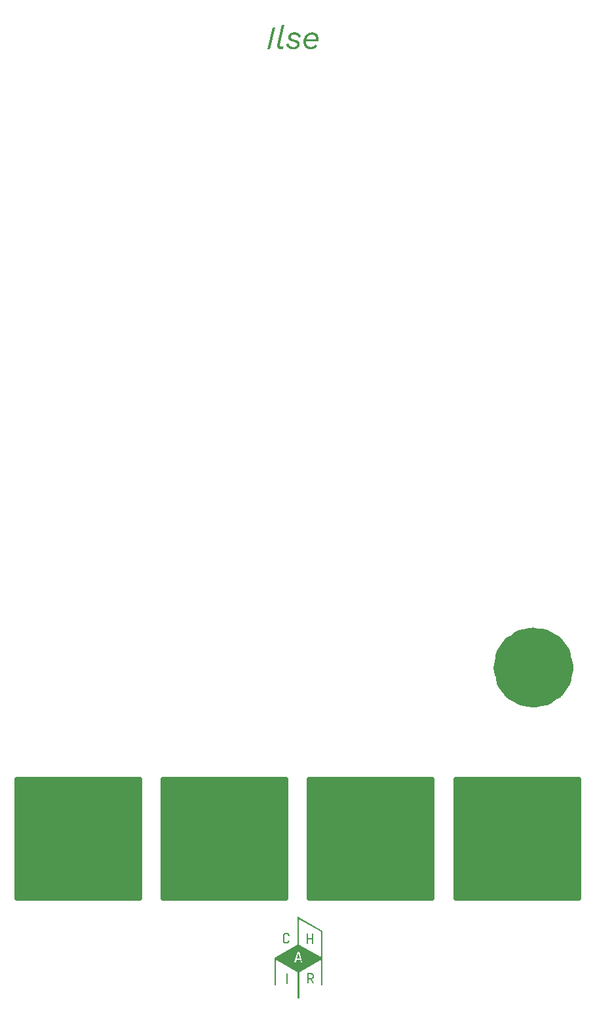
<source format=gbr>
%TF.GenerationSoftware,KiCad,Pcbnew,6.99.0-unknown-0ee7f8e2bd~162~ubuntu22.10.1*%
%TF.CreationDate,2022-11-30T23:28:57+01:00*%
%TF.ProjectId,frontpanel,66726f6e-7470-4616-9e65-6c2e6b696361,rev?*%
%TF.SameCoordinates,Original*%
%TF.FileFunction,Soldermask,Top*%
%TF.FilePolarity,Negative*%
%FSLAX46Y46*%
G04 Gerber Fmt 4.6, Leading zero omitted, Abs format (unit mm)*
G04 Created by KiCad (PCBNEW 6.99.0-unknown-0ee7f8e2bd~162~ubuntu22.10.1) date 2022-11-30 23:28:57*
%MOMM*%
%LPD*%
G01*
G04 APERTURE LIST*
%ADD10C,0.500000*%
%ADD11C,5.175000*%
%ADD12C,0.300000*%
G04 APERTURE END LIST*
D10*
X111254460Y-135363927D02*
X127254460Y-135363927D01*
X127254460Y-135363927D02*
X127254460Y-150801427D01*
X127254460Y-150801427D02*
X111254460Y-150801427D01*
X111254460Y-150801427D02*
X111254460Y-135363927D01*
G36*
X111254460Y-135363927D02*
G01*
X127254460Y-135363927D01*
X127254460Y-150801427D01*
X111254460Y-150801427D01*
X111254460Y-135363927D01*
G37*
D11*
X142853500Y-120966000D02*
G75*
G03*
X142853500Y-120966000I-2587500J0D01*
G01*
D10*
X130171128Y-135363927D02*
X146171128Y-135363927D01*
X146171128Y-135363927D02*
X146171128Y-150801427D01*
X146171128Y-150801427D02*
X130171128Y-150801427D01*
X130171128Y-150801427D02*
X130171128Y-135363927D01*
G36*
X130171128Y-135363927D02*
G01*
X146171128Y-135363927D01*
X146171128Y-150801427D01*
X130171128Y-150801427D01*
X130171128Y-135363927D01*
G37*
X73421128Y-135363927D02*
X89421128Y-135363927D01*
X89421128Y-135363927D02*
X89421128Y-150801427D01*
X89421128Y-150801427D02*
X73421128Y-150801427D01*
X73421128Y-150801427D02*
X73421128Y-135363927D01*
G36*
X73421128Y-135363927D02*
G01*
X89421128Y-135363927D01*
X89421128Y-150801427D01*
X73421128Y-150801427D01*
X73421128Y-135363927D01*
G37*
X92337794Y-135363927D02*
X108337794Y-135363927D01*
X108337794Y-135363927D02*
X108337794Y-150801427D01*
X108337794Y-150801427D02*
X92337794Y-150801427D01*
X92337794Y-150801427D02*
X92337794Y-135363927D01*
G36*
X92337794Y-135363927D02*
G01*
X108337794Y-135363927D01*
X108337794Y-150801427D01*
X92337794Y-150801427D01*
X92337794Y-135363927D01*
G37*
D12*
G36*
X106897983Y-38303087D02*
G01*
X106561660Y-38303087D01*
X105919057Y-41075000D01*
X106255380Y-41075000D01*
X106897983Y-38303087D01*
G37*
G36*
X107643900Y-41105041D02*
G01*
X107679734Y-41104598D01*
X107712537Y-41103141D01*
X107743192Y-41100482D01*
X107772586Y-41096432D01*
X107801602Y-41090802D01*
X107831124Y-41083403D01*
X107862037Y-41074046D01*
X107895226Y-41062543D01*
X107979490Y-40793632D01*
X107948324Y-40800085D01*
X107915322Y-40804760D01*
X107885875Y-40807466D01*
X107854194Y-40809232D01*
X107819843Y-40810194D01*
X107790147Y-40810474D01*
X107782386Y-40810484D01*
X107742927Y-40809391D01*
X107706451Y-40806067D01*
X107672990Y-40800443D01*
X107642572Y-40792453D01*
X107602719Y-40775881D01*
X107569884Y-40753605D01*
X107544168Y-40725395D01*
X107525674Y-40691023D01*
X107514501Y-40650260D01*
X107511171Y-40619423D01*
X107511170Y-40585576D01*
X107514528Y-40548653D01*
X107521277Y-40508585D01*
X107525931Y-40487351D01*
X108101123Y-38009263D01*
X107765533Y-38009263D01*
X107194005Y-40474895D01*
X107186462Y-40509581D01*
X107180317Y-40543554D01*
X107175571Y-40576790D01*
X107172224Y-40609262D01*
X107170273Y-40640945D01*
X107169720Y-40671814D01*
X107170563Y-40701843D01*
X107176436Y-40759279D01*
X107187888Y-40813050D01*
X107204915Y-40862951D01*
X107227513Y-40908780D01*
X107255677Y-40950331D01*
X107289403Y-40987400D01*
X107328687Y-41019785D01*
X107373524Y-41047281D01*
X107423911Y-41069683D01*
X107479842Y-41086789D01*
X107509886Y-41093292D01*
X107541314Y-41098394D01*
X107574126Y-41102070D01*
X107608322Y-41104294D01*
X107643900Y-41105041D01*
G37*
G36*
X109268360Y-41121894D02*
G01*
X109311340Y-41121145D01*
X109353563Y-41118910D01*
X109394990Y-41115205D01*
X109435581Y-41110046D01*
X109475295Y-41103449D01*
X109514092Y-41095431D01*
X109551934Y-41086007D01*
X109588780Y-41075194D01*
X109624589Y-41063009D01*
X109659324Y-41049467D01*
X109692943Y-41034584D01*
X109725406Y-41018378D01*
X109756675Y-41000863D01*
X109786708Y-40982057D01*
X109815467Y-40961976D01*
X109842910Y-40940635D01*
X109869000Y-40918052D01*
X109893695Y-40894242D01*
X109916955Y-40869221D01*
X109938742Y-40843006D01*
X109959014Y-40815614D01*
X109977733Y-40787059D01*
X109994859Y-40757359D01*
X110010350Y-40726530D01*
X110024169Y-40694587D01*
X110036274Y-40661548D01*
X110046626Y-40627429D01*
X110055186Y-40592244D01*
X110061912Y-40556012D01*
X110066766Y-40518748D01*
X110069708Y-40480468D01*
X110070697Y-40441189D01*
X110068644Y-40397645D01*
X110062552Y-40355274D01*
X110052517Y-40314170D01*
X110038641Y-40274425D01*
X110021020Y-40236131D01*
X109999754Y-40199380D01*
X109974943Y-40164266D01*
X109946683Y-40130879D01*
X109915075Y-40099312D01*
X109880217Y-40069659D01*
X109842207Y-40042010D01*
X109801145Y-40016459D01*
X109757129Y-39993097D01*
X109710258Y-39972017D01*
X109660631Y-39953311D01*
X109608346Y-39937072D01*
X109197285Y-39819836D01*
X109167028Y-39810604D01*
X109137882Y-39800455D01*
X109109965Y-39789332D01*
X109070645Y-39770694D01*
X109034739Y-39749537D01*
X109002640Y-39725665D01*
X108974738Y-39698883D01*
X108951424Y-39668995D01*
X108933091Y-39635806D01*
X108920128Y-39599120D01*
X108912927Y-39558742D01*
X108911521Y-39529675D01*
X108913242Y-39495806D01*
X108918417Y-39463500D01*
X108927069Y-39432843D01*
X108939216Y-39403920D01*
X108954879Y-39376818D01*
X108974079Y-39351622D01*
X108996836Y-39328418D01*
X109023170Y-39307292D01*
X109053103Y-39288330D01*
X109086653Y-39271617D01*
X109123842Y-39257240D01*
X109164690Y-39245285D01*
X109209217Y-39235837D01*
X109257445Y-39228982D01*
X109309392Y-39224806D01*
X109365080Y-39223394D01*
X109416890Y-39225098D01*
X109466767Y-39230151D01*
X109514650Y-39238469D01*
X109560478Y-39249967D01*
X109604189Y-39264561D01*
X109645722Y-39282166D01*
X109685016Y-39302696D01*
X109722010Y-39326068D01*
X109756643Y-39352196D01*
X109788853Y-39380996D01*
X109818580Y-39412382D01*
X109845761Y-39446270D01*
X109870337Y-39482575D01*
X109892245Y-39521213D01*
X109911425Y-39562098D01*
X109927815Y-39605146D01*
X110234829Y-39458600D01*
X110222051Y-39427116D01*
X110208185Y-39396552D01*
X110193252Y-39366912D01*
X110177272Y-39338202D01*
X110160265Y-39310428D01*
X110142250Y-39283595D01*
X110123249Y-39257708D01*
X110103281Y-39232771D01*
X110082366Y-39208791D01*
X110060525Y-39185773D01*
X110037777Y-39163721D01*
X110014143Y-39142641D01*
X109989642Y-39122539D01*
X109964296Y-39103419D01*
X109938124Y-39085287D01*
X109911146Y-39068148D01*
X109883382Y-39052007D01*
X109854853Y-39036869D01*
X109825578Y-39022740D01*
X109795578Y-39009625D01*
X109764873Y-38997529D01*
X109733482Y-38986458D01*
X109701427Y-38976416D01*
X109668727Y-38967409D01*
X109635402Y-38959442D01*
X109601473Y-38952520D01*
X109566959Y-38946649D01*
X109531881Y-38941834D01*
X109496259Y-38938079D01*
X109460113Y-38935391D01*
X109423463Y-38933774D01*
X109386329Y-38933234D01*
X109340383Y-38934039D01*
X109295571Y-38936430D01*
X109251913Y-38940368D01*
X109209431Y-38945816D01*
X109168146Y-38952737D01*
X109128080Y-38961093D01*
X109089254Y-38970847D01*
X109051690Y-38981960D01*
X109015407Y-38994396D01*
X108980429Y-39008117D01*
X108946777Y-39023085D01*
X108914470Y-39039262D01*
X108883532Y-39056612D01*
X108853983Y-39075096D01*
X108825845Y-39094677D01*
X108799139Y-39115317D01*
X108773886Y-39136979D01*
X108750107Y-39159626D01*
X108727825Y-39183219D01*
X108707060Y-39207721D01*
X108687833Y-39233095D01*
X108670166Y-39259302D01*
X108654081Y-39286307D01*
X108639598Y-39314070D01*
X108626740Y-39342554D01*
X108615526Y-39371722D01*
X108605979Y-39401536D01*
X108598121Y-39431959D01*
X108591971Y-39462953D01*
X108587552Y-39494480D01*
X108584885Y-39526503D01*
X108583991Y-39558984D01*
X108586010Y-39605639D01*
X108592071Y-39651030D01*
X108602181Y-39695077D01*
X108616346Y-39737701D01*
X108634572Y-39778822D01*
X108656866Y-39818361D01*
X108683235Y-39856239D01*
X108713684Y-39892376D01*
X108748221Y-39926692D01*
X108786851Y-39959108D01*
X108829582Y-39989546D01*
X108876419Y-40017924D01*
X108927369Y-40044165D01*
X108954388Y-40056458D01*
X108982438Y-40068188D01*
X109011520Y-40079343D01*
X109041633Y-40089914D01*
X109072780Y-40099890D01*
X109104961Y-40109263D01*
X109478653Y-40214043D01*
X109510554Y-40223875D01*
X109540319Y-40234443D01*
X109567959Y-40245796D01*
X109605458Y-40264407D01*
X109638236Y-40285064D01*
X109666328Y-40307933D01*
X109689772Y-40333180D01*
X109708603Y-40360973D01*
X109722857Y-40391478D01*
X109732572Y-40424862D01*
X109737782Y-40461291D01*
X109738771Y-40487351D01*
X109736906Y-40522323D01*
X109731334Y-40556236D01*
X109722093Y-40588926D01*
X109709222Y-40620227D01*
X109692757Y-40649974D01*
X109672736Y-40678001D01*
X109649196Y-40704143D01*
X109622176Y-40728236D01*
X109591712Y-40750113D01*
X109557843Y-40769609D01*
X109520606Y-40786560D01*
X109480038Y-40800799D01*
X109436177Y-40812161D01*
X109389061Y-40820482D01*
X109338727Y-40825596D01*
X109285212Y-40827337D01*
X109252883Y-40826882D01*
X109221291Y-40825518D01*
X109190435Y-40823245D01*
X109160312Y-40820064D01*
X109130922Y-40815977D01*
X109074334Y-40805084D01*
X109020658Y-40790573D01*
X108969883Y-40772450D01*
X108921997Y-40750721D01*
X108876988Y-40725394D01*
X108834844Y-40696475D01*
X108795554Y-40663969D01*
X108759105Y-40627884D01*
X108725486Y-40588225D01*
X108694685Y-40545000D01*
X108666691Y-40498215D01*
X108641491Y-40447876D01*
X108619073Y-40393990D01*
X108608904Y-40365718D01*
X108289434Y-40504204D01*
X108303431Y-40539241D01*
X108318621Y-40573448D01*
X108334993Y-40606806D01*
X108352535Y-40639298D01*
X108371233Y-40670904D01*
X108391077Y-40701606D01*
X108412052Y-40731385D01*
X108434148Y-40760224D01*
X108457352Y-40788103D01*
X108481650Y-40815004D01*
X108507032Y-40840908D01*
X108533484Y-40865797D01*
X108560995Y-40889652D01*
X108589552Y-40912456D01*
X108619142Y-40934188D01*
X108649754Y-40954832D01*
X108681374Y-40974368D01*
X108713991Y-40992778D01*
X108747592Y-41010043D01*
X108782166Y-41026144D01*
X108817698Y-41041064D01*
X108854178Y-41054784D01*
X108891593Y-41067285D01*
X108929931Y-41078549D01*
X108969178Y-41088557D01*
X109009324Y-41097290D01*
X109050355Y-41104731D01*
X109092259Y-41110860D01*
X109135024Y-41115660D01*
X109178637Y-41119111D01*
X109223086Y-41121195D01*
X109268360Y-41121894D01*
G37*
G36*
X111716975Y-38938632D02*
G01*
X111763187Y-38941611D01*
X111808128Y-38946524D01*
X111851783Y-38953330D01*
X111894135Y-38961987D01*
X111935167Y-38972455D01*
X111974863Y-38984690D01*
X112013207Y-38998653D01*
X112050180Y-39014301D01*
X112085767Y-39031592D01*
X112119952Y-39050485D01*
X112152717Y-39070938D01*
X112184046Y-39092911D01*
X112213922Y-39116360D01*
X112242329Y-39141245D01*
X112269249Y-39167524D01*
X112294667Y-39195155D01*
X112318566Y-39224098D01*
X112340929Y-39254309D01*
X112361739Y-39285748D01*
X112380980Y-39318373D01*
X112398635Y-39352143D01*
X112414688Y-39387015D01*
X112429122Y-39422949D01*
X112441919Y-39459902D01*
X112453065Y-39497833D01*
X112462541Y-39536701D01*
X112470332Y-39576464D01*
X112476420Y-39617080D01*
X112480790Y-39658508D01*
X112483424Y-39700705D01*
X112484305Y-39743632D01*
X112484065Y-39765020D01*
X112482814Y-39797445D01*
X112480504Y-39830265D01*
X112477151Y-39863462D01*
X112472770Y-39897018D01*
X112467374Y-39930914D01*
X112460978Y-39965132D01*
X112453597Y-39999654D01*
X112445245Y-40034463D01*
X112435937Y-40069540D01*
X112425687Y-40104867D01*
X110892819Y-40104867D01*
X110892819Y-40180338D01*
X110893528Y-40215448D01*
X110895643Y-40249870D01*
X110899144Y-40283574D01*
X110904010Y-40316534D01*
X110910222Y-40348721D01*
X110917761Y-40380107D01*
X110926606Y-40410664D01*
X110936737Y-40440365D01*
X110948134Y-40469181D01*
X110960779Y-40497086D01*
X110974650Y-40524050D01*
X110989728Y-40550045D01*
X111005993Y-40575045D01*
X111023426Y-40599021D01*
X111042005Y-40621945D01*
X111061713Y-40643789D01*
X111082528Y-40664525D01*
X111104431Y-40684126D01*
X111127402Y-40702563D01*
X111151420Y-40719809D01*
X111176468Y-40735836D01*
X111202523Y-40750615D01*
X111229567Y-40764120D01*
X111257580Y-40776321D01*
X111286542Y-40787191D01*
X111316433Y-40796703D01*
X111347232Y-40804828D01*
X111378921Y-40811538D01*
X111411480Y-40816805D01*
X111444888Y-40820602D01*
X111479125Y-40822901D01*
X111514173Y-40823674D01*
X111566486Y-40821437D01*
X111616314Y-40816429D01*
X111663729Y-40808730D01*
X111708804Y-40798417D01*
X111751612Y-40785572D01*
X111792226Y-40770273D01*
X111830719Y-40752600D01*
X111867165Y-40732632D01*
X111901635Y-40710449D01*
X111934204Y-40686130D01*
X111964943Y-40659754D01*
X111993927Y-40631401D01*
X112021227Y-40601151D01*
X112046918Y-40569082D01*
X112071071Y-40535274D01*
X112093761Y-40499808D01*
X112358276Y-40676395D01*
X112340620Y-40701307D01*
X112322278Y-40725615D01*
X112303255Y-40749305D01*
X112283555Y-40772367D01*
X112263183Y-40794787D01*
X112242143Y-40816554D01*
X112220442Y-40837655D01*
X112198083Y-40858078D01*
X112175072Y-40877810D01*
X112151412Y-40896841D01*
X112127110Y-40915157D01*
X112102170Y-40932746D01*
X112076597Y-40949596D01*
X112050395Y-40965695D01*
X112023569Y-40981030D01*
X111996125Y-40995590D01*
X111968067Y-41009362D01*
X111939399Y-41022334D01*
X111910128Y-41034494D01*
X111880256Y-41045829D01*
X111849791Y-41056328D01*
X111818735Y-41065978D01*
X111787095Y-41074766D01*
X111754874Y-41082682D01*
X111722078Y-41089712D01*
X111688712Y-41095844D01*
X111654779Y-41101066D01*
X111620287Y-41105366D01*
X111585238Y-41108732D01*
X111549638Y-41111151D01*
X111513491Y-41112612D01*
X111476803Y-41113101D01*
X111422773Y-41111904D01*
X111370189Y-41108347D01*
X111319070Y-41102483D01*
X111269434Y-41094365D01*
X111221298Y-41084048D01*
X111174679Y-41071583D01*
X111129595Y-41057024D01*
X111086065Y-41040424D01*
X111044104Y-41021836D01*
X111003731Y-41001314D01*
X110964964Y-40978910D01*
X110927819Y-40954677D01*
X110892316Y-40928670D01*
X110858470Y-40900940D01*
X110826300Y-40871541D01*
X110795824Y-40840526D01*
X110767058Y-40807949D01*
X110740021Y-40773862D01*
X110714730Y-40738318D01*
X110691203Y-40701371D01*
X110669456Y-40663074D01*
X110649509Y-40623479D01*
X110631378Y-40582641D01*
X110615080Y-40540611D01*
X110600635Y-40497444D01*
X110588058Y-40453193D01*
X110577368Y-40407910D01*
X110568582Y-40361648D01*
X110561718Y-40314462D01*
X110556794Y-40266403D01*
X110553826Y-40217525D01*
X110552833Y-40167882D01*
X110553998Y-40106719D01*
X110557485Y-40046115D01*
X110563278Y-39986160D01*
X110571363Y-39926946D01*
X110581726Y-39868562D01*
X110594351Y-39811099D01*
X110594366Y-39811043D01*
X110938981Y-39811043D01*
X112153112Y-39811043D01*
X112155230Y-39791660D01*
X112156582Y-39761147D01*
X112156776Y-39731175D01*
X112156224Y-39703104D01*
X112151840Y-39648813D01*
X112143156Y-39597113D01*
X112130259Y-39548150D01*
X112113235Y-39502071D01*
X112092172Y-39459024D01*
X112067156Y-39419156D01*
X112038275Y-39382614D01*
X112005615Y-39349544D01*
X111969263Y-39320094D01*
X111929306Y-39294411D01*
X111885832Y-39272642D01*
X111838926Y-39254934D01*
X111788677Y-39241434D01*
X111735171Y-39232288D01*
X111678494Y-39227645D01*
X111648995Y-39227058D01*
X111611686Y-39227816D01*
X111575454Y-39230066D01*
X111540287Y-39233772D01*
X111506177Y-39238898D01*
X111473113Y-39245406D01*
X111441084Y-39253261D01*
X111410082Y-39262426D01*
X111380095Y-39272865D01*
X111351114Y-39284542D01*
X111323128Y-39297420D01*
X111296128Y-39311462D01*
X111270104Y-39326633D01*
X111245045Y-39342897D01*
X111220941Y-39360216D01*
X111197783Y-39378554D01*
X111175560Y-39397875D01*
X111154263Y-39418144D01*
X111133880Y-39439322D01*
X111114403Y-39461374D01*
X111095820Y-39484264D01*
X111078123Y-39507956D01*
X111061300Y-39532412D01*
X111045343Y-39557596D01*
X111030240Y-39583473D01*
X111015982Y-39610006D01*
X111002558Y-39637158D01*
X110989959Y-39664893D01*
X110978175Y-39693175D01*
X110967195Y-39721967D01*
X110957009Y-39751234D01*
X110947608Y-39780938D01*
X110938981Y-39811043D01*
X110594366Y-39811043D01*
X110609226Y-39754649D01*
X110626335Y-39699302D01*
X110645663Y-39645148D01*
X110667196Y-39592278D01*
X110690921Y-39540784D01*
X110716821Y-39490755D01*
X110744883Y-39442282D01*
X110775092Y-39395456D01*
X110807434Y-39350368D01*
X110841894Y-39307109D01*
X110878458Y-39265768D01*
X110917111Y-39226438D01*
X110957839Y-39189208D01*
X111000627Y-39154169D01*
X111045461Y-39121412D01*
X111092326Y-39091027D01*
X111141208Y-39063106D01*
X111192093Y-39037739D01*
X111244965Y-39015017D01*
X111299810Y-38995030D01*
X111356614Y-38977869D01*
X111415363Y-38963625D01*
X111476041Y-38952388D01*
X111538635Y-38944250D01*
X111603130Y-38939300D01*
X111669511Y-38937630D01*
X111716975Y-38938632D01*
G37*
%TO.C,G\u002A\u002A\u002A*%
G36*
X108512957Y-161875964D02*
G01*
X108331414Y-161875964D01*
X108331414Y-160495873D01*
X108512957Y-160495873D01*
X108512957Y-161875964D01*
G37*
G36*
X109896311Y-157852840D02*
G01*
X110087476Y-158563446D01*
X109698991Y-158562183D01*
X109796125Y-158207107D01*
X109892131Y-157851737D01*
X109896311Y-157852840D01*
G37*
G36*
X111124223Y-155881808D02*
G01*
X111609720Y-155881808D01*
X111609720Y-155282421D01*
X111791310Y-155282421D01*
X111791309Y-156662559D01*
X111609719Y-156662559D01*
X111609719Y-156051338D01*
X111124223Y-156051338D01*
X111124223Y-156662559D01*
X110942680Y-156662559D01*
X110942680Y-155282421D01*
X111124223Y-155282421D01*
X111124223Y-155881808D01*
G37*
G36*
X107013098Y-162018334D02*
G01*
X106831695Y-162018334D01*
X106831695Y-158446047D01*
X109801103Y-156733371D01*
X109982459Y-156733371D01*
X112814859Y-158366989D01*
X112814859Y-155102083D01*
X109982505Y-153468465D01*
X109982459Y-156733371D01*
X109801103Y-156733371D01*
X109801103Y-153154563D01*
X112996354Y-154997449D01*
X112996354Y-162002913D01*
X112814906Y-162002913D01*
X112814906Y-158685690D01*
X109996075Y-160311528D01*
X109996075Y-163707995D01*
X109814672Y-163707995D01*
X109814672Y-160327182D01*
X107577272Y-159036676D01*
X109384855Y-159036676D01*
X109572335Y-159036606D01*
X109613356Y-158881766D01*
X109655234Y-158727153D01*
X110130831Y-158727259D01*
X110172886Y-158881816D01*
X110213805Y-159036676D01*
X110403275Y-159036676D01*
X110016407Y-157656538D01*
X109769718Y-157656538D01*
X109384855Y-159036676D01*
X107577272Y-159036676D01*
X107013098Y-158711267D01*
X107013098Y-162018334D01*
G37*
G36*
X111465763Y-160411736D02*
G01*
X111489428Y-160412183D01*
X111512552Y-160413523D01*
X111535137Y-160415757D01*
X111557181Y-160418884D01*
X111578686Y-160422905D01*
X111599651Y-160427820D01*
X111620076Y-160433627D01*
X111639961Y-160440329D01*
X111659306Y-160447924D01*
X111678111Y-160456412D01*
X111696376Y-160465794D01*
X111714102Y-160476070D01*
X111731287Y-160487239D01*
X111747932Y-160499301D01*
X111764038Y-160512258D01*
X111779603Y-160526107D01*
X111794421Y-160540691D01*
X111808283Y-160555860D01*
X111821188Y-160571614D01*
X111833138Y-160587955D01*
X111844132Y-160604880D01*
X111854170Y-160622392D01*
X111863252Y-160640489D01*
X111871377Y-160659172D01*
X111878547Y-160678440D01*
X111884761Y-160698294D01*
X111890019Y-160718733D01*
X111894321Y-160739758D01*
X111897667Y-160761369D01*
X111900057Y-160783565D01*
X111901491Y-160806347D01*
X111901968Y-160829714D01*
X111901675Y-160847546D01*
X111900796Y-160865055D01*
X111899331Y-160882239D01*
X111897279Y-160899100D01*
X111894641Y-160915636D01*
X111891417Y-160931849D01*
X111887607Y-160947738D01*
X111883210Y-160963303D01*
X111878227Y-160978543D01*
X111872659Y-160993460D01*
X111866503Y-161008053D01*
X111859762Y-161022322D01*
X111852435Y-161036267D01*
X111844521Y-161049888D01*
X111836021Y-161063186D01*
X111826936Y-161076159D01*
X111817362Y-161088487D01*
X111807387Y-161100338D01*
X111797012Y-161111712D01*
X111786236Y-161122609D01*
X111775060Y-161133029D01*
X111763483Y-161142972D01*
X111751504Y-161152437D01*
X111739126Y-161161425D01*
X111726346Y-161169936D01*
X111713166Y-161177970D01*
X111699585Y-161185527D01*
X111685603Y-161192606D01*
X111671220Y-161199209D01*
X111656437Y-161205334D01*
X111641253Y-161210982D01*
X111625668Y-161216153D01*
X111824978Y-161575967D01*
X111945384Y-161791874D01*
X111732226Y-161791874D01*
X111440115Y-161239819D01*
X111234883Y-161239819D01*
X111234883Y-161791874D01*
X111053340Y-161791874D01*
X111053340Y-161078116D01*
X111234883Y-161078116D01*
X111465811Y-161078116D01*
X111479007Y-161077854D01*
X111491956Y-161077069D01*
X111504659Y-161075761D01*
X111517115Y-161073929D01*
X111529325Y-161071574D01*
X111541288Y-161068695D01*
X111553004Y-161065293D01*
X111564474Y-161061368D01*
X111575697Y-161056919D01*
X111586673Y-161051947D01*
X111597403Y-161046452D01*
X111607886Y-161040433D01*
X111618123Y-161033891D01*
X111628112Y-161026825D01*
X111637856Y-161019236D01*
X111647352Y-161011124D01*
X111656195Y-161002559D01*
X111664468Y-160993625D01*
X111672170Y-160984321D01*
X111679302Y-160974647D01*
X111685863Y-160964603D01*
X111691853Y-160954189D01*
X111697273Y-160943406D01*
X111702123Y-160932253D01*
X111706402Y-160920730D01*
X111710110Y-160908837D01*
X111713248Y-160896574D01*
X111715816Y-160883942D01*
X111717812Y-160870940D01*
X111719239Y-160857568D01*
X111720095Y-160843826D01*
X111720380Y-160829714D01*
X111720095Y-160815371D01*
X111719239Y-160801413D01*
X111717812Y-160787838D01*
X111715816Y-160774649D01*
X111713248Y-160761843D01*
X111710110Y-160749422D01*
X111706402Y-160737385D01*
X111702123Y-160725732D01*
X111697273Y-160714464D01*
X111691853Y-160703580D01*
X111685863Y-160693081D01*
X111679302Y-160682966D01*
X111672170Y-160673235D01*
X111664468Y-160663889D01*
X111656195Y-160654926D01*
X111647352Y-160646349D01*
X111637856Y-160638473D01*
X111628112Y-160631106D01*
X111618123Y-160624247D01*
X111607886Y-160617895D01*
X111597403Y-160612052D01*
X111586673Y-160606717D01*
X111575697Y-160601890D01*
X111564474Y-160597572D01*
X111553004Y-160593761D01*
X111541288Y-160590458D01*
X111529325Y-160587664D01*
X111517115Y-160585377D01*
X111504659Y-160583599D01*
X111491956Y-160582329D01*
X111479007Y-160581567D01*
X111465811Y-160581312D01*
X111234883Y-160581312D01*
X111234883Y-161078116D01*
X111053340Y-161078116D01*
X111053340Y-160411736D01*
X111465763Y-160411736D01*
G37*
G36*
X108335128Y-155213360D02*
G01*
X108357531Y-155214700D01*
X108379409Y-155216934D01*
X108400764Y-155220061D01*
X108421595Y-155224082D01*
X108441902Y-155228997D01*
X108461685Y-155234805D01*
X108480944Y-155241506D01*
X108499679Y-155249101D01*
X108517891Y-155257589D01*
X108535578Y-155266971D01*
X108552742Y-155277247D01*
X108569381Y-155288416D01*
X108585497Y-155300478D01*
X108601088Y-155313435D01*
X108616156Y-155327284D01*
X108630731Y-155341845D01*
X108644366Y-155356945D01*
X108657060Y-155372585D01*
X108668814Y-155388764D01*
X108679627Y-155405484D01*
X108689501Y-155422743D01*
X108698434Y-155440542D01*
X108706426Y-155458881D01*
X108713479Y-155477759D01*
X108719591Y-155497177D01*
X108724762Y-155517135D01*
X108728994Y-155537633D01*
X108732285Y-155558670D01*
X108734636Y-155580247D01*
X108736046Y-155602364D01*
X108736516Y-155625021D01*
X108554973Y-155625021D01*
X108554696Y-155611154D01*
X108553863Y-155597657D01*
X108552475Y-155584530D01*
X108550532Y-155571772D01*
X108548033Y-155559384D01*
X108544979Y-155547366D01*
X108541370Y-155535718D01*
X108537206Y-155524440D01*
X108532487Y-155513531D01*
X108527212Y-155502992D01*
X108521382Y-155492823D01*
X108514997Y-155483024D01*
X108508057Y-155473595D01*
X108500561Y-155464535D01*
X108492510Y-155455845D01*
X108483904Y-155447525D01*
X108475140Y-155439650D01*
X108466114Y-155432282D01*
X108456825Y-155425423D01*
X108447274Y-155419072D01*
X108437460Y-155413229D01*
X108427385Y-155407894D01*
X108417047Y-155403067D01*
X108406447Y-155398748D01*
X108395584Y-155394938D01*
X108384459Y-155391635D01*
X108373072Y-155388841D01*
X108361422Y-155386554D01*
X108349511Y-155384776D01*
X108337336Y-155383506D01*
X108324900Y-155382744D01*
X108312201Y-155382490D01*
X108299265Y-155382744D01*
X108286607Y-155383506D01*
X108274226Y-155384776D01*
X108262123Y-155386554D01*
X108250298Y-155388841D01*
X108238750Y-155391635D01*
X108227479Y-155394938D01*
X108216487Y-155398748D01*
X108205772Y-155403067D01*
X108195334Y-155407894D01*
X108185175Y-155413229D01*
X108175292Y-155419072D01*
X108165688Y-155425423D01*
X108156361Y-155432282D01*
X108147311Y-155439650D01*
X108138539Y-155447525D01*
X108130176Y-155455845D01*
X108122353Y-155464534D01*
X108115069Y-155473593D01*
X108108324Y-155483021D01*
X108102119Y-155492819D01*
X108096454Y-155502986D01*
X108091328Y-155513523D01*
X108086742Y-155524429D01*
X108082695Y-155535704D01*
X108079188Y-155547349D01*
X108076220Y-155559363D01*
X108073792Y-155571746D01*
X108071904Y-155584499D01*
X108070555Y-155597622D01*
X108069745Y-155611113D01*
X108069476Y-155624975D01*
X108069476Y-156218353D01*
X108069745Y-156232220D01*
X108070555Y-156245717D01*
X108071904Y-156258844D01*
X108073792Y-156271601D01*
X108076220Y-156283989D01*
X108079188Y-156296007D01*
X108082695Y-156307655D01*
X108086742Y-156318934D01*
X108091328Y-156329842D01*
X108096454Y-156340381D01*
X108102119Y-156350550D01*
X108108324Y-156360349D01*
X108115069Y-156369779D01*
X108122353Y-156378839D01*
X108130176Y-156387528D01*
X108138539Y-156395849D01*
X108147311Y-156403724D01*
X108156361Y-156411091D01*
X108165688Y-156417951D01*
X108175292Y-156424302D01*
X108185175Y-156430145D01*
X108195334Y-156435480D01*
X108205772Y-156440307D01*
X108216487Y-156444625D01*
X108227479Y-156448436D01*
X108238750Y-156451739D01*
X108250298Y-156454533D01*
X108262123Y-156456820D01*
X108274226Y-156458598D01*
X108286607Y-156459868D01*
X108299265Y-156460630D01*
X108312201Y-156460884D01*
X108324900Y-156460630D01*
X108337336Y-156459868D01*
X108349511Y-156458598D01*
X108361422Y-156456820D01*
X108373072Y-156454533D01*
X108384459Y-156451739D01*
X108395584Y-156448436D01*
X108406447Y-156444625D01*
X108417047Y-156440307D01*
X108427385Y-156435480D01*
X108437460Y-156430145D01*
X108447274Y-156424302D01*
X108456825Y-156417951D01*
X108466114Y-156411091D01*
X108475140Y-156403724D01*
X108483904Y-156395849D01*
X108492510Y-156387529D01*
X108500561Y-156378839D01*
X108508057Y-156369781D01*
X108514997Y-156360352D01*
X108521382Y-156350555D01*
X108527212Y-156340388D01*
X108532487Y-156329851D01*
X108537206Y-156318945D01*
X108541370Y-156307670D01*
X108544979Y-156296025D01*
X108548033Y-156284011D01*
X108550532Y-156271627D01*
X108552475Y-156258874D01*
X108553863Y-156245752D01*
X108554696Y-156232260D01*
X108554973Y-156218399D01*
X108736516Y-156218399D01*
X108736046Y-156241050D01*
X108734636Y-156263162D01*
X108732285Y-156284734D01*
X108728994Y-156305767D01*
X108724762Y-156326260D01*
X108719591Y-156346214D01*
X108713479Y-156365629D01*
X108706426Y-156384505D01*
X108698434Y-156402841D01*
X108689501Y-156420637D01*
X108679627Y-156437894D01*
X108668814Y-156454612D01*
X108657060Y-156470791D01*
X108644366Y-156486430D01*
X108630731Y-156501529D01*
X108616156Y-156516090D01*
X108601094Y-156529939D01*
X108585507Y-156542895D01*
X108569397Y-156554958D01*
X108552762Y-156566127D01*
X108535602Y-156576402D01*
X108517919Y-156585784D01*
X108499711Y-156594273D01*
X108480979Y-156601868D01*
X108461722Y-156608569D01*
X108441942Y-156614377D01*
X108421637Y-156619291D01*
X108400808Y-156623312D01*
X108379454Y-156626440D01*
X108357577Y-156628673D01*
X108335175Y-156630014D01*
X108312249Y-156630460D01*
X108289080Y-156630014D01*
X108266451Y-156628673D01*
X108244362Y-156626440D01*
X108222812Y-156623312D01*
X108201803Y-156619291D01*
X108181334Y-156614377D01*
X108161404Y-156608569D01*
X108142014Y-156601868D01*
X108123165Y-156594273D01*
X108104855Y-156585784D01*
X108087085Y-156576402D01*
X108069855Y-156566127D01*
X108053165Y-156554958D01*
X108037015Y-156542895D01*
X108021405Y-156529939D01*
X108006335Y-156516090D01*
X107991992Y-156501529D01*
X107978574Y-156486430D01*
X107966081Y-156470791D01*
X107954514Y-156454612D01*
X107943872Y-156437894D01*
X107934156Y-156420637D01*
X107925365Y-156402841D01*
X107917499Y-156384505D01*
X107910559Y-156365629D01*
X107904544Y-156346214D01*
X107899455Y-156326260D01*
X107895290Y-156305767D01*
X107892052Y-156284734D01*
X107889738Y-156263162D01*
X107888350Y-156241050D01*
X107887887Y-156218399D01*
X107887887Y-155624928D01*
X107888350Y-155602277D01*
X107889737Y-155580165D01*
X107892050Y-155558593D01*
X107895288Y-155537560D01*
X107899450Y-155517066D01*
X107904538Y-155497112D01*
X107910550Y-155477697D01*
X107917488Y-155458822D01*
X107925350Y-155440486D01*
X107934138Y-155422690D01*
X107943851Y-155405432D01*
X107954488Y-155388715D01*
X107966051Y-155372536D01*
X107978539Y-155356897D01*
X107991951Y-155341798D01*
X108006289Y-155327237D01*
X108021365Y-155313393D01*
X108036979Y-155300443D01*
X108053133Y-155288385D01*
X108069827Y-155277220D01*
X108087059Y-155266949D01*
X108104831Y-155257571D01*
X108123141Y-155249086D01*
X108141991Y-155241494D01*
X108161380Y-155234795D01*
X108181309Y-155228990D01*
X108201776Y-155224078D01*
X108222783Y-155220058D01*
X108244329Y-155216932D01*
X108266414Y-155214699D01*
X108289038Y-155213360D01*
X108312202Y-155212913D01*
X108335128Y-155213360D01*
G37*
%TD*%
M02*

</source>
